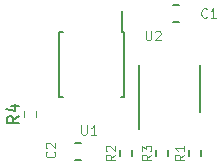
<source format=gbr>
%TF.GenerationSoftware,KiCad,Pcbnew,(6.0.0)*%
%TF.CreationDate,2021-12-30T22:07:07+00:00*%
%TF.ProjectId,DHT22,44485432-322e-46b6-9963-61645f706362,rev?*%
%TF.SameCoordinates,Original*%
%TF.FileFunction,Legend,Top*%
%TF.FilePolarity,Positive*%
%FSLAX46Y46*%
G04 Gerber Fmt 4.6, Leading zero omitted, Abs format (unit mm)*
G04 Created by KiCad (PCBNEW (6.0.0)) date 2021-12-30 22:07:07*
%MOMM*%
%LPD*%
G01*
G04 APERTURE LIST*
%ADD10C,0.150000*%
%ADD11C,0.120000*%
G04 APERTURE END LIST*
D10*
%TO.C,R4*%
X105448380Y-95289666D02*
X104972190Y-95623000D01*
X105448380Y-95861095D02*
X104448380Y-95861095D01*
X104448380Y-95480142D01*
X104496000Y-95384904D01*
X104543619Y-95337285D01*
X104638857Y-95289666D01*
X104781714Y-95289666D01*
X104876952Y-95337285D01*
X104924571Y-95384904D01*
X104972190Y-95480142D01*
X104972190Y-95861095D01*
X104781714Y-94432523D02*
X105448380Y-94432523D01*
X104400761Y-94670619D02*
X105115047Y-94908714D01*
X105115047Y-94289666D01*
D11*
%TO.C,C2*%
X108489714Y-98304333D02*
X108527809Y-98342428D01*
X108565904Y-98456714D01*
X108565904Y-98532904D01*
X108527809Y-98647190D01*
X108451619Y-98723380D01*
X108375428Y-98761476D01*
X108223047Y-98799571D01*
X108108761Y-98799571D01*
X107956380Y-98761476D01*
X107880190Y-98723380D01*
X107804000Y-98647190D01*
X107765904Y-98532904D01*
X107765904Y-98456714D01*
X107804000Y-98342428D01*
X107842095Y-98304333D01*
X107842095Y-97999571D02*
X107804000Y-97961476D01*
X107765904Y-97885285D01*
X107765904Y-97694809D01*
X107804000Y-97618619D01*
X107842095Y-97580523D01*
X107918285Y-97542428D01*
X107994476Y-97542428D01*
X108108761Y-97580523D01*
X108565904Y-98037666D01*
X108565904Y-97542428D01*
%TO.C,U1*%
X110769476Y-96081904D02*
X110769476Y-96729523D01*
X110807571Y-96805714D01*
X110845666Y-96843809D01*
X110921857Y-96881904D01*
X111074238Y-96881904D01*
X111150428Y-96843809D01*
X111188523Y-96805714D01*
X111226619Y-96729523D01*
X111226619Y-96081904D01*
X112026619Y-96881904D02*
X111569476Y-96881904D01*
X111798047Y-96881904D02*
X111798047Y-96081904D01*
X111721857Y-96196190D01*
X111645666Y-96272380D01*
X111569476Y-96310476D01*
%TO.C,R1*%
X119487904Y-98558333D02*
X119106952Y-98825000D01*
X119487904Y-99015476D02*
X118687904Y-99015476D01*
X118687904Y-98710714D01*
X118726000Y-98634523D01*
X118764095Y-98596428D01*
X118840285Y-98558333D01*
X118954571Y-98558333D01*
X119030761Y-98596428D01*
X119068857Y-98634523D01*
X119106952Y-98710714D01*
X119106952Y-99015476D01*
X119487904Y-97796428D02*
X119487904Y-98253571D01*
X119487904Y-98025000D02*
X118687904Y-98025000D01*
X118802190Y-98101190D01*
X118878380Y-98177380D01*
X118916476Y-98253571D01*
%TO.C,C1*%
X121405666Y-86899714D02*
X121367571Y-86937809D01*
X121253285Y-86975904D01*
X121177095Y-86975904D01*
X121062809Y-86937809D01*
X120986619Y-86861619D01*
X120948523Y-86785428D01*
X120910428Y-86633047D01*
X120910428Y-86518761D01*
X120948523Y-86366380D01*
X120986619Y-86290190D01*
X121062809Y-86214000D01*
X121177095Y-86175904D01*
X121253285Y-86175904D01*
X121367571Y-86214000D01*
X121405666Y-86252095D01*
X122167571Y-86975904D02*
X121710428Y-86975904D01*
X121939000Y-86975904D02*
X121939000Y-86175904D01*
X121862809Y-86290190D01*
X121786619Y-86366380D01*
X121710428Y-86404476D01*
%TO.C,U2*%
X116230476Y-88080904D02*
X116230476Y-88728523D01*
X116268571Y-88804714D01*
X116306666Y-88842809D01*
X116382857Y-88880904D01*
X116535238Y-88880904D01*
X116611428Y-88842809D01*
X116649523Y-88804714D01*
X116687619Y-88728523D01*
X116687619Y-88080904D01*
X117030476Y-88157095D02*
X117068571Y-88119000D01*
X117144761Y-88080904D01*
X117335238Y-88080904D01*
X117411428Y-88119000D01*
X117449523Y-88157095D01*
X117487619Y-88233285D01*
X117487619Y-88309476D01*
X117449523Y-88423761D01*
X116992380Y-88880904D01*
X117487619Y-88880904D01*
%TO.C,R2*%
X113645904Y-98558333D02*
X113264952Y-98825000D01*
X113645904Y-99015476D02*
X112845904Y-99015476D01*
X112845904Y-98710714D01*
X112884000Y-98634523D01*
X112922095Y-98596428D01*
X112998285Y-98558333D01*
X113112571Y-98558333D01*
X113188761Y-98596428D01*
X113226857Y-98634523D01*
X113264952Y-98710714D01*
X113264952Y-99015476D01*
X112922095Y-98253571D02*
X112884000Y-98215476D01*
X112845904Y-98139285D01*
X112845904Y-97948809D01*
X112884000Y-97872619D01*
X112922095Y-97834523D01*
X112998285Y-97796428D01*
X113074476Y-97796428D01*
X113188761Y-97834523D01*
X113645904Y-98291666D01*
X113645904Y-97796428D01*
%TO.C,R3*%
X116693904Y-98558333D02*
X116312952Y-98825000D01*
X116693904Y-99015476D02*
X115893904Y-99015476D01*
X115893904Y-98710714D01*
X115932000Y-98634523D01*
X115970095Y-98596428D01*
X116046285Y-98558333D01*
X116160571Y-98558333D01*
X116236761Y-98596428D01*
X116274857Y-98634523D01*
X116312952Y-98710714D01*
X116312952Y-99015476D01*
X115893904Y-98291666D02*
X115893904Y-97796428D01*
X116198666Y-98063095D01*
X116198666Y-97948809D01*
X116236761Y-97872619D01*
X116274857Y-97834523D01*
X116351047Y-97796428D01*
X116541523Y-97796428D01*
X116617714Y-97834523D01*
X116655809Y-97872619D01*
X116693904Y-97948809D01*
X116693904Y-98177380D01*
X116655809Y-98253571D01*
X116617714Y-98291666D01*
%TO.C,R4*%
X105903500Y-95360258D02*
X105903500Y-94885742D01*
X106948500Y-95360258D02*
X106948500Y-94885742D01*
D10*
%TO.C,C2*%
X110751252Y-97563000D02*
X110228748Y-97563000D01*
X110751252Y-99033000D02*
X110228748Y-99033000D01*
%TO.C,U1*%
X114388000Y-88182000D02*
X114388000Y-93682000D01*
X114388000Y-93682000D02*
X114088000Y-93682000D01*
X108878000Y-88182000D02*
X109178000Y-88182000D01*
X108878000Y-88182000D02*
X108878000Y-93682000D01*
X108878000Y-93682000D02*
X109178000Y-93682000D01*
X114183000Y-88182000D02*
X114183000Y-86432000D01*
X114388000Y-88182000D02*
X114183000Y-88182000D01*
%TO.C,R1*%
X119873500Y-98662258D02*
X119873500Y-98187742D01*
X120918500Y-98662258D02*
X120918500Y-98187742D01*
%TO.C,C1*%
X118483748Y-87349000D02*
X119006252Y-87349000D01*
X118483748Y-85879000D02*
X119006252Y-85879000D01*
%TO.C,U2*%
X120797000Y-92964000D02*
X120797000Y-91014000D01*
X115677000Y-92964000D02*
X115677000Y-96414000D01*
X115677000Y-92964000D02*
X115677000Y-91014000D01*
X120797000Y-92964000D02*
X120797000Y-94914000D01*
%TO.C,R2*%
X114031500Y-98662258D02*
X114031500Y-98187742D01*
X115076500Y-98662258D02*
X115076500Y-98187742D01*
%TO.C,R3*%
X118124500Y-98662258D02*
X118124500Y-98187742D01*
X117079500Y-98662258D02*
X117079500Y-98187742D01*
%TD*%
M02*

</source>
